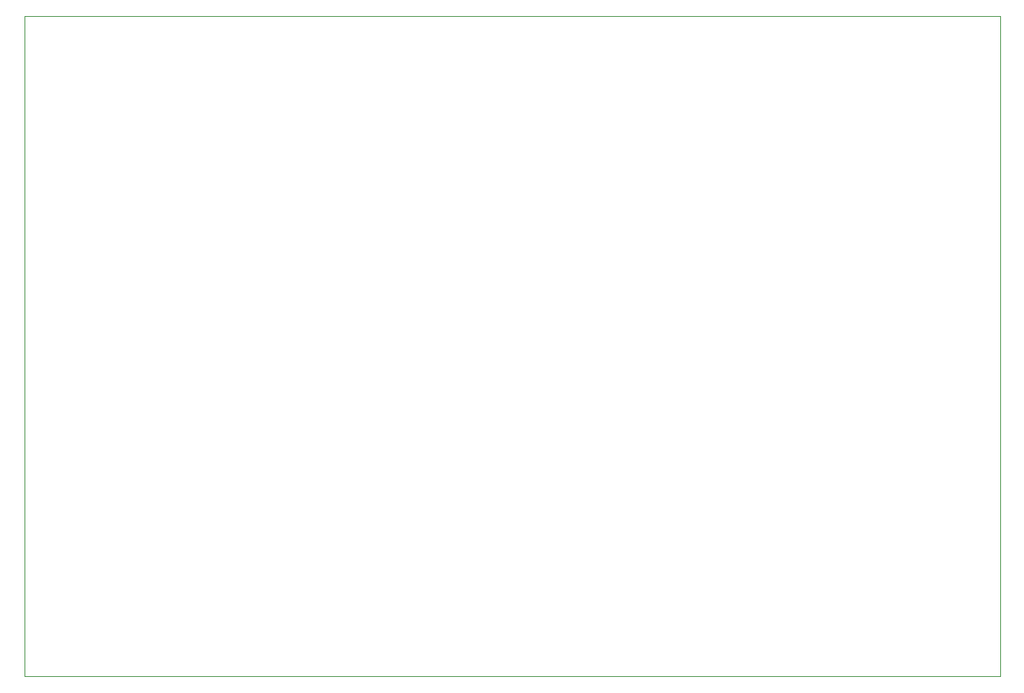
<source format=gm1>
G04*
G04 #@! TF.GenerationSoftware,Altium Limited,Altium Designer,25.2.1 (25)*
G04*
G04 Layer_Color=0*
%FSLAX44Y44*%
%MOMM*%
G71*
G04*
G04 #@! TF.SameCoordinates,6A0C6451-6BFE-4A27-B80D-F8B4996A6162*
G04*
G04*
G04 #@! TF.FilePolarity,Positive*
G04*
G01*
G75*
%ADD110C,0.0254*%
D110*
X462500Y545000D02*
X1540000D01*
X1540000Y1275000D01*
X462500D01*
Y545000D01*
M02*

</source>
